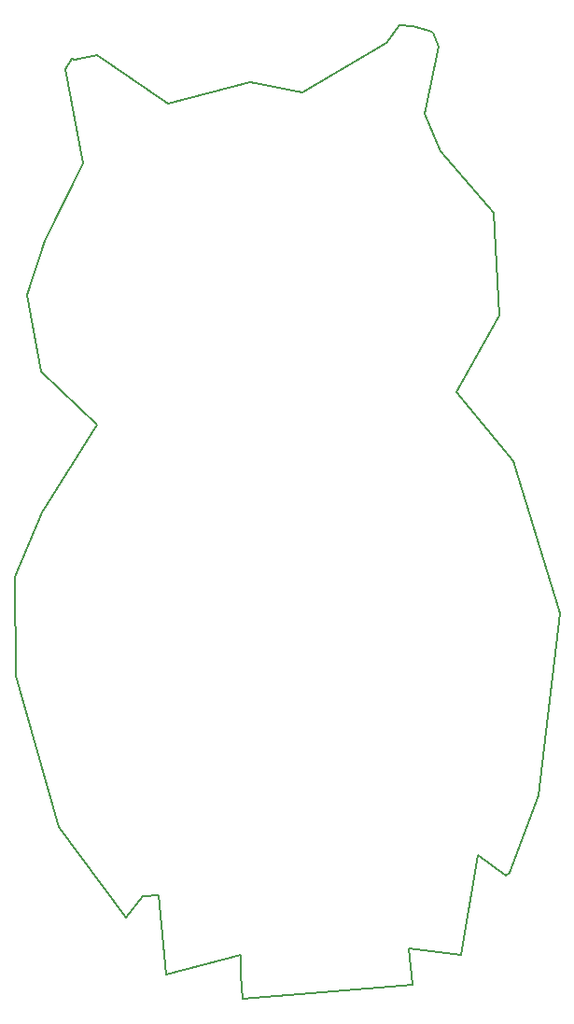
<source format=gbr>
G04 DipTrace 3.0.0.2*
G04 BoardOutline.gbr*
%MOMM*%
G04 #@! TF.FileFunction,Profile*
G04 #@! TF.Part,Single*
%ADD11C,0.1524*%
%FSLAX35Y35*%
G04*
G71*
G90*
G75*
G01*
G04 BoardOutline*
%LPD*%
X4609537Y1127747D2*
D11*
X4577790Y1461087D1*
X5054833Y1400887D1*
X5204600Y2303820D1*
X5460840Y2118457D1*
X5488100Y2145717D1*
X5752517Y2846283D1*
X5946910Y4495740D1*
X5527707Y5873123D1*
X5005840Y6506207D1*
X5399380Y7199177D1*
X5348047Y8131693D1*
X4868957Y8687780D1*
X4722967Y9029410D1*
X4846110Y9637580D1*
X4799867Y9766850D1*
X4766233Y9781563D1*
X4608590Y9819397D1*
X4494033Y9835163D1*
X4376323Y9674363D1*
X3613243Y9218693D1*
X3135930Y9313480D1*
X2392223Y9123907D1*
X1745673Y9560920D1*
X1542917Y9515863D1*
X1518137Y9524877D1*
X1459563Y9432510D1*
X1619560Y8574707D1*
X1276687Y7879307D1*
X1112497Y7386730D1*
X1238053Y6691327D1*
X1749947Y6208410D1*
X1250430Y5409910D1*
X1000760Y4830893D1*
X1011387Y3927837D1*
X1399170Y2557317D1*
X2010060Y1739253D1*
X2163737Y1933603D1*
X2308377Y1939760D1*
X2379123Y1224373D1*
X3053950Y1397593D1*
Y1270607D1*
Y1222987D1*
X3069823Y1000760D1*
X4609537Y1127747D1*
X5959350Y4493147D2*
M02*

</source>
